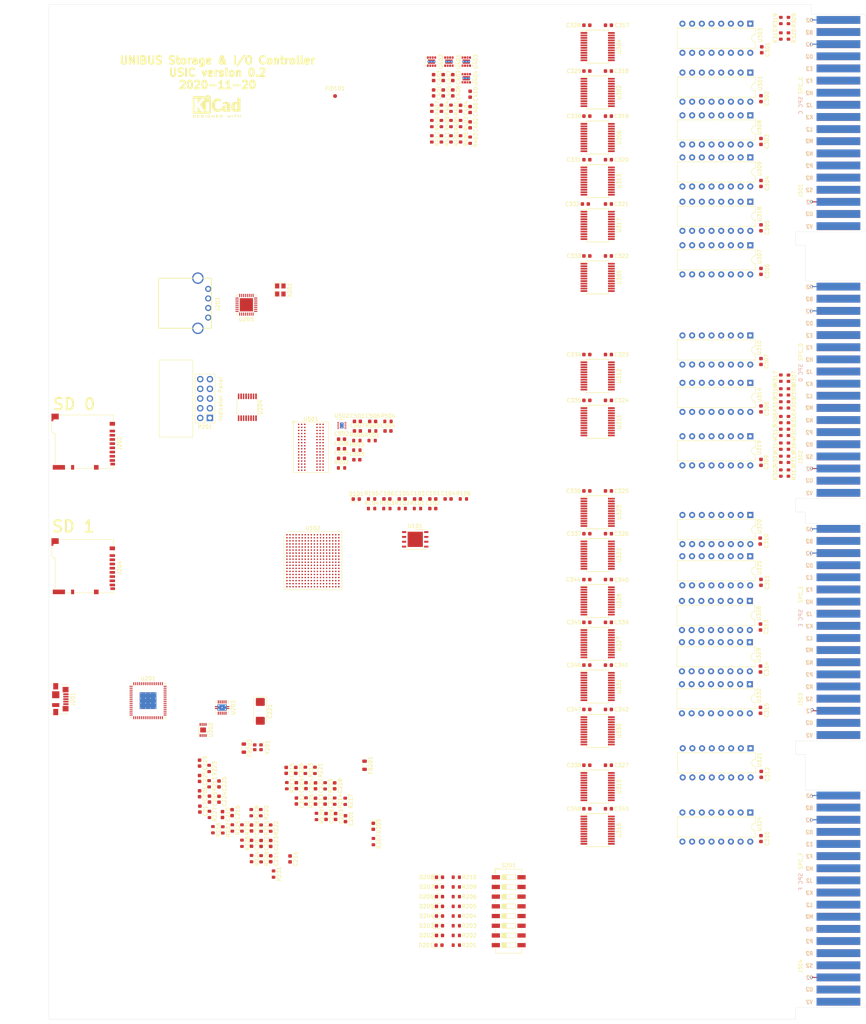
<source format=kicad_pcb>
(kicad_pcb (version 20221018) (generator pcbnew)
  (title_block (title "Unibus Storage & I/O Controller") (date "2020-11-20"))
  (layers (0 "F.Cu" power) (1 "In1.Cu" power "Gnd.Cu") (2 "In2.Cu" signal) (3 "In3.Cu" signal) (4 "In4.Cu" power "Pwr.Cu") (31 "B.Cu" signal) (34 "B.Paste" user) (35 "F.Paste" user) (36 "B.SilkS" user "B.Silkscreen") (37 "F.SilkS" user "F.Silkscreen") (38 "B.Mask" user) (39 "F.Mask" user) (44 "Edge.Cuts" user))
  (net 0 "")
  (net 1 "GND")
  (net 2 "/5V0")
  (net 3 "/3V3")
  (net 4 "Net-(C201-Pad1)")
  (net 5 "Net-(C207-Pad1)")
  (net 6 "Net-(C209-Pad1)")
  (net 7 "Net-(C215-Pad2)")
  (net 8 "Net-(C216-Pad2)")
  (net 9 "Net-(C218-Pad1)")
  (net 10 "Net-(C221-Pad1)")
  (net 11 "Net-(C224-Pad1)")
  (net 12 "Net-(C225-Pad1)")
  (net 13 "Net-(C226-Pad1)")
  (net 14 "/1V8")
  (net 15 "/1V0")
  (net 16 "/1V5")
  (net 17 "Net-(C506-Pad1)")
  (net 18 "/Memory/VREF15")
  (net 19 "Net-(D101-Pad2)")
  (net 20 "Net-(D101-Pad1)")
  (net 21 "Net-(D201-Pad2)")
  (net 22 "/LED_0")
  (net 23 "Net-(D202-Pad2)")
  (net 24 "/LED_1")
  (net 25 "Net-(D203-Pad2)")
  (net 26 "/LED_2")
  (net 27 "Net-(D204-Pad2)")
  (net 28 "/LED_3")
  (net 29 "Net-(D205-Pad2)")
  (net 30 "/LED_4")
  (net 31 "Net-(D206-Pad2)")
  (net 32 "/LED_5")
  (net 33 "Net-(D207-Pad2)")
  (net 34 "/LED_6")
  (net 35 "Net-(D208-Pad2)")
  (net 36 "/LED_7")
  (net 37 "Net-(D209-Pad1)")
  (net 38 "/Unibus/AC_LO")
  (net 39 "/Unibus/PB")
  (net 40 "/Unibus/DC_LO")
  (net 41 "/Unibus/D11")
  (net 42 "/Unibus/PA")
  (net 43 "/Unibus/NPG_out")
  (net 44 "/Unibus/NPG_in")
  (net 45 "/Unibus/D2")
  (net 46 "/Unibus/D6")
  (net 47 "/Unibus/D4")
  (net 48 "/Unibus/D5")
  (net 49 "/Unibus/D1")
  (net 50 "/Unibus/D0")
  (net 51 "/Unibus/D3")
  (net 52 "/Unibus/D15")
  (net 53 "/Unibus/D14")
  (net 54 "/Unibus/D13")
  (net 55 "/Unibus/D12")
  (net 56 "/Unibus/D10")
  (net 57 "/Unibus/D9")
  (net 58 "/Unibus/D8")
  (net 59 "/Unibus/D7")
  (net 60 "/Unibus/INIT")
  (net 61 "/Unibus/BG6_out")
  (net 62 "/Unibus/BG5_in")
  (net 63 "/Unibus/BG5_out")
  (net 64 "/Unibus/BG4_in")
  (net 65 "/Unibus/BG4_out")
  (net 66 "/Unibus/BR7")
  (net 67 "/Unibus/BR6")
  (net 68 "/Unibus/BR5")
  (net 69 "/Unibus/BR4")
  (net 70 "/Unibus/BG7_in")
  (net 71 "/Unibus/BG7_out")
  (net 72 "/Unibus/BG6_in")
  (net 73 "/Unibus/A5")
  (net 74 "/Unibus/A6")
  (net 75 "/Unibus/A9")
  (net 76 "/Unibus/A10")
  (net 77 "/Unibus/A11")
  (net 78 "/Unibus/A14")
  (net 79 "/Unibus/SSYN")
  (net 80 "/Unibus/A1")
  (net 81 "/Unibus/A2")
  (net 82 "/Unibus/MSYN")
  (net 83 "/Unibus/A17")
  (net 84 "/Unibus/A12")
  (net 85 "/Unibus/A4")
  (net 86 "/Unibus/A3")
  (net 87 "/Unibus/A8")
  (net 88 "/Unibus/A7")
  (net 89 "/Unibus/A15")
  (net 90 "/Unibus/A16")
  (net 91 "/Unibus/C1")
  (net 92 "/Unibus/A0")
  (net 93 "/Unibus/C0")
  (net 94 "/Unibus/A13")
  (net 95 "/Unibus/INTR")
  (net 96 "/Unibus/NPR")
  (net 97 "/Unibus/BBSY")
  (net 98 "/Unibus/SACK")
  (net 100 "/I/O/D+")
  (net 101 "/I/O/D-")
  (net 103 "/sd0_dat1")
  (net 104 "/sd0_dat0")
  (net 105 "/sd0_clk")
  (net 106 "/sd0_cmd")
  (net 107 "/sd0_dat3")
  (net 108 "/sd0_det")
  (net 109 "/sd0_dat2")
  (net 110 "Net-(J203-Pad3)")
  (net 111 "Net-(J203-Pad2)")
  (net 112 "/sd1_dat1")
  (net 113 "/sd1_dat0")
  (net 114 "/sd1_clk")
  (net 115 "/sd1_cmd")
  (net 116 "/sd1_dat3")
  (net 117 "/sd1_det")
  (net 118 "/sd1_dat2")
  (net 119 "/I/O/IPdata_P")
  (net 120 "/I/O/IPdata_N")
  (net 121 "/I/O/IPlatch_P")
  (net 122 "/I/O/IPlatch_N")
  (net 123 "/I/O/IPblank_P")
  (net 124 "/I/O/IPblank_N")
  (net 125 "/I/O/IPclk_P")
  (net 126 "/I/O/IPclk_N")
  (net 127 "Net-(R101-Pad2)")
  (net 128 "Net-(R102-Pad2)")
  (net 129 "Net-(R103-Pad2)")
  (net 130 "Net-(R105-Pad2)")
  (net 131 "/PROG_B")
  (net 132 "Net-(R207-Pad1)")
  (net 133 "Net-(R208-Pad1)")
  (net 134 "Net-(R211-Pad2)")
  (net 135 "Net-(R212-Pad2)")
  (net 136 "Net-(R213-Pad2)")
  (net 137 "Net-(R214-Pad2)")
  (net 138 "Net-(R215-Pad2)")
  (net 139 "Net-(R216-Pad2)")
  (net 140 "Net-(R217-Pad2)")
  (net 141 "Net-(R224-Pad1)")
  (net 142 "Net-(R225-Pad1)")
  (net 143 "Net-(R232-Pad1)")
  (net 144 "Net-(R401-Pad2)")
  (net 145 "Net-(R402-Pad2)")
  (net 146 "Net-(R404-Pad2)")
  (net 147 "Net-(R405-Pad2)")
  (net 148 "Net-(R407-Pad2)")
  (net 149 "Net-(R408-Pad2)")
  (net 150 "Net-(R410-Pad2)")
  (net 151 "Net-(R411-Pad2)")
  (net 152 "Net-(R501-Pad1)")
  (net 153 "/Memory/CK")
  (net 154 "/Memory/CK#")
  (net 155 "/Memory/RESET#")
  (net 156 "Net-(R505-Pad1)")
  (net 157 "Net-(R506-Pad1)")
  (net 158 "/SW_0")
  (net 159 "/SW_1")
  (net 160 "/SW_2")
  (net 161 "/SW_3")
  (net 162 "/SW_4")
  (net 163 "/SW_5")
  (net 164 "/SW_6")
  (net 165 "/SW_7")
  (net 166 "Net-(U101-Pad6)")
  (net 167 "Net-(U101-Pad5)")
  (net 168 "Net-(U101-Pad2)")
  (net 169 "/ip_blank")
  (net 170 "/ip_latch")
  (net 171 "/ip_data")
  (net 173 "/ip_clk")
  (net 174 "/CLK_INPUT")
  (net 175 "/usb0_d5")
  (net 176 "/usb0_d6")
  (net 178 "/usb0_d7")
  (net 179 "/usb0_nxt")
  (net 180 "/usb0_d2")
  (net 185 "/usb0_clk60")
  (net 186 "/usb0_reset")
  (net 187 "/usp0_stp")
  (net 188 "/usb0_d4")
  (net 189 "/usb0_d1")
  (net 194 "/usb0_d0")
  (net 195 "/usb0_dir")
  (net 196 "/usb0_d3")
  (net 197 "/Memory/DQU7")
  (net 198 "/Memory/DQU6")
  (net 205 "/Memory/DQSU")
  (net 206 "/Memory/DQU5")
  (net 207 "/Memory/DQU4")
  (net 210 "/Memory/DQU3")
  (net 211 "/Memory/DQU1")
  (net 212 "/Memory/DQSU#")
  (net 213 "/Memory/DQSL")
  (net 214 "/Memory/DQL0")
  (net 219 "/Memory/DMU")
  (net 220 "/Memory/DQU0")
  (net 221 "/Memory/DQU2")
  (net 222 "/Memory/DQSL#")
  (net 223 "/Memory/DML")
  (net 225 "/Memory/ODT")
  (net 226 "/Memory/DQL4")
  (net 227 "/Memory/DQL6")
  (net 228 "/Memory/DQL1")
  (net 230 "/TDO")
  (net 231 "/TMS")
  (net 232 "/TDI")
  (net 233 "/TCK")
  (net 234 "/Memory/A5")
  (net 235 "/Memory/BA2")
  (net 236 "/Memory/BA0")
  (net 237 "/Memory/RAS#")
  (net 238 "/Memory/DQL2")
  (net 239 "/Memory/DQL3")
  (net 242 "/~{RI}")
  (net 243 "/~{RTS}")
  (net 244 "/Memory/A9")
  (net 245 "/Memory/A3")
  (net 246 "/Memory/WE#")
  (net 247 "/Memory/CAS#")
  (net 248 "/Memory/DQL7")
  (net 253 "/~{DTR}")
  (net 254 "/~{DSR}")
  (net 255 "/TXD")
  (net 256 "/Memory/A2")
  (net 257 "/Memory/A7")
  (net 258 "/Memory/A0")
  (net 260 "/Memory/DQL5")
  (net 265 "/RXD")
  (net 267 "/Memory/A13")
  (net 268 "/Memory/A1")
  (net 269 "/Memory/A12")
  (net 270 "/Memory/A10")
  (net 271 "/Memory/CKE")
  (net 274 "/~{DCD}")
  (net 276 "/~{CTS}")
  (net 277 "/Memory/A8")
  (net 278 "/Memory/A11")
  (net 279 "/Memory/A6")
  (net 280 "/Memory/A4")
  (net 281 "/Memory/BA1")
  (net 304 "Net-(U203-Pad5)")
  (net 305 "Net-(U205-Pad26)")
  (net 309 "Net-(U301-Pad10)")
  (net 310 "Net-(U301-Pad2)")
  (net 311 "Net-(U302-Pad17)")
  (net 312 "Net-(U302-Pad16)")
  (net 313 "Net-(U302-Pad15)")
  (net 314 "Net-(U302-Pad14)")
  (net 317 "Net-(U303-Pad14)")
  (net 319 "Net-(U303-Pad13)")
  (net 320 "Net-(U303-Pad5)")
  (net 322 "Net-(U303-Pad3)")
  (net 326 "Net-(U304-Pad16)")
  (net 327 "Net-(U304-Pad15)")
  (net 331 "Net-(U305-Pad17)")
  (net 332 "Net-(U305-Pad16)")
  (net 333 "Net-(U305-Pad15)")
  (net 334 "Net-(U305-Pad14)")
  (net 338 "Net-(U309-Pad14)")
  (net 339 "Net-(U310-Pad6)")
  (net 340 "Net-(U310-Pad13)")
  (net 341 "Net-(U310-Pad5)")
  (net 342 "Net-(U310-Pad3)")
  (net 343 "Net-(U310-Pad10)")
  (net 344 "Net-(U310-Pad2)")
  (net 345 "Net-(U311-Pad18)")
  (net 346 "Net-(U311-Pad17)")
  (net 347 "Net-(U311-Pad16)")
  (net 348 "Net-(U311-Pad15)")
  (net 349 "Net-(U312-Pad17)")
  (net 350 "Net-(U312-Pad16)")
  (net 351 "Net-(U312-Pad15)")
  (net 352 "Net-(U312-Pad14)")
  (net 354 "Net-(U315-Pad21)")
  (net 355 "Net-(U315-Pad20)")
  (net 356 "Net-(U315-Pad19)")
  (net 357 "Net-(U315-Pad18)")
  (net 358 "Net-(U315-Pad17)")
  (net 359 "Net-(U315-Pad16)")
  (net 360 "Net-(U315-Pad15)")
  (net 361 "Net-(U315-Pad14)")
  (net 362 "Net-(U316-Pad21)")
  (net 363 "Net-(U316-Pad20)")
  (net 364 "Net-(U316-Pad19)")
  (net 365 "Net-(U316-Pad18)")
  (net 366 "Net-(U316-Pad17)")
  (net 367 "Net-(U316-Pad16)")
  (net 368 "Net-(U316-Pad15)")
  (net 369 "Net-(U316-Pad14)")
  (net 371 "Net-(U317-Pad17)")
  (net 373 "Net-(U320-Pad10)")
  (net 375 "Net-(U322-Pad17)")
  (net 377 "Net-(U323-Pad17)")
  (net 378 "Net-(U323-Pad16)")
  (net 379 "Net-(U323-Pad15)")
  (net 380 "Net-(U323-Pad14)")
  (net 383 "Net-(U326-Pad10)")
  (net 385 "Net-(U326-Pad2)")
  (net 386 "Net-(U327-Pad17)")
  (net 387 "Net-(U327-Pad16)")
  (net 388 "Net-(U327-Pad15)")
  (net 389 "Net-(U327-Pad14)")
  (net 395 "Net-(U326-Pad14)")
  (net 402 "Net-(U309-Pad10)")
  (net 403 "Net-(U309-Pad6)")
  (net 404 "Net-(U309-Pad5)")
  (net 405 "Net-(U309-Pad3)")
  (net 551 "/Unibus/~{TxD_5}")
  (net 552 "Net-(U301-Pad14)")
  (net 553 "Net-(U301-Pad6)")
  (net 554 "Net-(U301-Pad13)")
  (net 555 "Net-(U301-Pad5)")
  (net 556 "Net-(U301-Pad11)")
  (net 557 "Net-(U301-Pad3)")
  (net 558 "/Unibus/~{RxD}")
  (net 559 "Net-(U306-Pad17)")
  (net 560 "Net-(U306-Pad16)")
  (net 561 "Net-(U306-Pad15)")
  (net 562 "Net-(U306-Pad14)")
  (net 570 "Net-(U309-Pad13)")
  (net 571 "Net-(U309-Pad11)")
  (net 572 "Net-(U309-Pad2)")
  (net 573 "Net-(U313-Pad17)")
  (net 574 "Net-(U313-Pad16)")
  (net 575 "Net-(U313-Pad15)")
  (net 576 "Net-(U313-Pad14)")
  (net 584 "Net-(U317-Pad16)")
  (net 585 "Net-(U317-Pad15)")
  (net 586 "Net-(U317-Pad14)")
  (net 593 "/Unibus/~{TxA_5}")
  (net 594 "Net-(U320-Pad14)")
  (net 595 "Net-(U320-Pad6)")
  (net 596 "Net-(U320-Pad13)")
  (net 597 "Net-(U320-Pad5)")
  (net 598 "Net-(U320-Pad11)")
  (net 599 "Net-(U320-Pad3)")
  (net 600 "Net-(U320-Pad2)")
  (net 601 "Net-(U322-Pad16)")
  (net 602 "Net-(U322-Pad15)")
  (net 603 "Net-(U322-Pad14)")
  (net 610 "/Unibus/~{RxA}")
  (net 611 "Net-(U326-Pad6)")
  (net 612 "Net-(U326-Pad13)")
  (net 613 "Net-(U326-Pad5)")
  (net 614 "Net-(U326-Pad11)")
  (net 615 "Net-(U326-Pad3)")
  (net 616 "Net-(U328-Pad17)")
  (net 617 "Net-(U328-Pad16)")
  (net 618 "Net-(U328-Pad15)")
  (net 619 "Net-(U328-Pad14)")
  (net 632 "Net-(U330-Pad17)")
  (net 633 "Net-(U330-Pad16)")
  (net 634 "Net-(U330-Pad15)")
  (net 635 "Net-(U330-Pad14)")
  (net 648 "Net-(U331-Pad17)")
  (net 649 "Net-(U331-Pad16)")
  (net 650 "Net-(U331-Pad15)")
  (net 651 "Net-(U331-Pad14)")
  (net 662 "/Unibus/RNPR")
  (net 663 "/Unibus/RINTR")
  (net 666 "/Unibus/TNPR")
  (net 667 "/Unibus/TINTR")
  (net 668 "/Unibus/TBBSY")
  (net 669 "/Unibus/TC0")
  (net 670 "/Unibus/TC1")
  (net 671 "/Unibus/TSSYN")
  (net 672 "/Unibus/TMSYN")
  (net 673 "/Unibus/RBBSY")
  (net 674 "/Unibus/RC0")
  (net 675 "/Unibus/RC1")
  (net 676 "/Unibus/RSSYN")
  (net 677 "/Unibus/RMSYN")
  (net 681 "/Unibus/TBR7")
  (net 682 "/Unibus/TPB")
  (net 683 "/Unibus/TPA")
  (net 686 "/Unibus/RBR7")
  (net 687 "/Unibus/RPB")
  (net 688 "/Unibus/RPA")
  (net 691 "Net-(U310-Pad14)")
  (net 692 "/Unibus/TBR4")
  (net 693 "/Unibus/TBR5")
  (net 694 "/Unibus/TBR6")
  (net 695 "/Unibus/RBR4")
  (net 696 "/Unibus/RBR5")
  (net 697 "/Unibus/RBR6")
  (net 703 "/Unibus/~{TxD}")
  (net 704 "/Unibus/~{TxA}")
  (net 705 "/Unibus/RINIT")
  (net 706 "/Unibus/TSACK")
  (net 707 "/Unibus/RSACK")
  (footprint "DEC:mounting hole .125" (layer "F.Cu") (at 40.766892 82.749802 90)
    (fp_text reference "Handle_Hole_101" hide)
    (fp_text value "MountingHole")
  )
  (footprint "DEC:mounting hole .125" (layer "F.Cu") (at 40.766892 285.949802 90)
    (fp_text reference "Handle_Hole_102" hide)
    (fp_text value "MountingHole")
  )
  (footprint "DEC:mounting hole .125" (layer "F.Cu") (at 40.766892 336.749802 90)
    (fp_text reference "Handle_Hole_104" hide)
    (fp_text value "MountingHole")
  )
  (footprint "myMods:DEC-Handle" (layer "F.Cu") (at 36.169492 108.175203 90)
    (fp_text reference "Handle_101" hide)
    (fp_text value "Handle" hide)
  )
  (footprint "myMods:DEC-Handle" (layer "F.Cu") (at 36.194892 311.400603 90)
    (fp_text reference "Handle_102" hide)
    (fp_text value "Handle" hide)
  )
  (footprint "DEC:DEC_Edge_Fingers_single_height" (layer "F.Cu") (at 237.000009 80.199992 -90)
    (fp_text reference "J301")
    (fp_text value "SPC_C")
  )
  (footprint "DEC:DEC_Edge_Fingers_single_height" (layer "F.Cu") (at 237.000009 150.000005 -90)
    (fp_text reference "J302")
    (fp_text value "SPC_D")
  )
  (footprint "DEC:DEC_Edge_Fingers_single_height" (layer "F.Cu") (at 237.000009 213.400005 -90)
    (fp_text reference "J303")
    (fp_text value "SPC_E")
  )
  (footprint "DEC:DEC_Edge_Fingers_single_height" (layer "F.Cu") (at 237.000009 283.200094 -90)
    (fp_text reference "J304")
    (fp_text value "SPC_F")
  )
  (footprint "Package_DIP:DIP-16_W7.62mm" (layer "F.Cu") (at 220 95 -90)
    (fp_text reference "U301")
    (fp_text value "DS8641-LR")
  )
  (footprint "Package_SO:SSOP-24_5.3x8.2mm_P0.65mm" (layer "F.Cu") (at 180 100.2)
    (fp_text reference "U302")
    (fp_text value "74LVC7T245")
  )
  (footprint "Package_SO:SSOP-24_5.3x8.2mm_P0.65mm" (layer "F.Cu") (at 180 112)
    (fp_text reference "U306")
    (fp_text value "74LVC7T245")
  )
  (footprint "Package_DIP:DIP-16_W7.62mm" (layer "F.Cu") (at 220 106.2 -90)
    (fp_text reference "U308")
    (fp_text value "DS8641-LR")
  )
  (footprint "Package_DIP:DIP-16_W7.62mm" (layer "F.Cu") (at 220 117.2 -90)
    (fp_text reference "U309")
    (fp_text value "DS8641-LR")
  )
  (footprint "Package_SO:SSOP-24_5.3x8.2mm_P0.65mm" (layer "F.Cu") (at 180 123.4)
    (fp_text reference "U313")
    (fp_text value "74LVC7T245")
  )
  (footprint "Package_SO:SSOP-24_5.3x8.2mm_P0.65mm" (layer "F.Cu") (at 180 135)
    (fp_text reference "U317")
    (fp_text value "74LVC7T245")
  )
  (footprint "Package_DIP:DIP-16_W7.62mm" (layer "F.Cu") (at 220 128.8 -90)
    (fp_text reference "U318")
    (fp_text value "DS8641-LR")
  )
  (footprint "Package_DIP:DIP-16_W7.62mm" (layer "F.Cu") (at 220 210.8 -90)
    (fp_text reference "U320")
    (fp_text value "DS8641-LR")
  )
  (footprint "Package_SO:SSOP-24_5.3x8.2mm_P0.65mm" (layer "F.Cu") (at 180 221.3)
    (fp_text reference "U322")
    (fp_text value "74LVC7T245")
  )
  (footprint "Package_SO:SSOP-24_5.3x8.2mm_P0.65mm" (layer "F.Cu") (at 180 210.1)
    (fp_text reference "U323")
    (fp_text value "74LVC7T245")
  )
  (footprint "Package_DIP:DIP-16_W7.62mm" (layer "F.Cu") (at 219.969892 221.595002 -90)
    (fp_text reference "U325")
    (fp_text value "DS8641-LR")
  )
  (footprint "Package_DIP:DIP-16_W7.62mm" (layer "F.Cu") (at 219.869892 233.295002 -90)
    (fp_text reference "U326")
    (fp_text value "DS8641-LR")
  )
  (footprint "Package_SO:SSOP-24_5.3x8.2mm_P0.65mm" (layer "F.Cu") (at 179.994892 244.495002)
    (fp_text reference "U327")
    (fp_text value "74LVC7T245")
  )
  (footprint "Package_SO:SSOP-24_5.3x8.2mm_P0.65mm" (layer "F.Cu") (at 179.994892 233.295002)
    (fp_text reference "U328")
    (fp_text value "74LVC7T245")
  )
  (footprint "Package_DIP:DIP-16_W7.62mm" (layer "F.Cu") (at 219.8699 244.095006 -90)
    (fp_text reference "U329")
    (fp_text value "DS8641-LR")
  )
  (footprint "Fiducial:Fiducial_1mm_Mask2mm" (layer "F.Cu") (at 111.2 101.14)
    (fp_text reference "FID101")
    (fp_text value "Fiducial")
  )
  (footprint "Package_SO:SSOP-24_5.3x8.2mm_P0.65mm" (layer "F.Cu") (at 179.989784 281.890004)
    (fp_text reference "U315")
    (fp_text value "74LVC7T245")
  )
  (footprint "Capacitor_SMD:C_0603_1608Metric" (layer "F.Cu") (at 136.8 206.6)
    (fp_text reference "C101")
    (fp_text value "22µF 10V")
  )
  (footprint "Capacitor_SMD:C_0603_1608Metric" (layer "F.Cu") (at 136.8 209.11)
    (fp_text reference "C102")
    (fp_text value "22µF 10V")
  )
  (footprint "Capacitor_SMD:C_0603_1608Metric" (layer "F.Cu") (at 132.79 206.6)
    (fp_text reference "C103")
    (fp_text value "22µF 10V")
  )
  (footprint "Capacitor_SMD:C_0603_1608Metric" (layer "F.Cu") (at 140.81 206.6)
    (fp_text reference "C104")
    (fp_text value "22µF 10V")
  )
  (footprint "Capacitor_SMD:C_0603_1608Metric" (layer "F.Cu") (at 128.78 206.6)
    (fp_text reference "C105")
    (fp_text value "100nF")
  )
  (footprint "Capacitor_SMD:C_0603_1608Metric" (layer "F.Cu") (at 124.77 206.6)
    (fp_text reference "C106")
    (fp_text value "22µF 10V")
  )
  (footprint "Capacitor_SMD:C_0603_1608Metric" (layer "F.Cu") (at 113.93 290.29 -90)
    (fp_text reference "C201")
    (fp_text value "100nF")
  )
  (footprint "Capacitor_SMD:C_0603_1608Metric" (layer "F.Cu") (at 91.82 296.77 -90)
    (fp_text reference "C202")
    (fp_text value "100nF")
  )
  (footprint "Capacitor_SMD:C_0603_1608Metric" (layer "F.Cu") (at 111.34 289.71 -90)
    (fp_text reference "C203")
    (fp_text value "100nF")
  )
  (footprint "Capacitor_SMD:C_0603_1608Metric" (layer "F.Cu") (at 103.57 281.65 -90)
    (fp_text reference "C204")
    (fp_text value "100nF")
  )
  (footprint "Capacitor_SMD:C_0603_1608Metric" (layer "F.Cu") (at 78.28 285.16 -90)
    (fp_text reference "C205")
    (fp_text value "100nF")
  )
  (footprint "Capacitor_SMD:C_0603_1608Metric" (layer "F.Cu") (at 75.69 283.77 -90)
    (fp_text reference "C206")
    (fp_text value "100nF")
  )
  (footprint "Capacitor_SMD:C_0603_1608Metric" (layer "F.Cu") (at 89.310001 296.73 -90)
    (fp_text reference "C207")
    (fp_text value "100nF")
  )
  (footprint "Capacitor_SMD:C_0603_1608Metric" (layer "F.Cu") (at 108.83 289.71 -90)
    (fp_text reference "C208")
    (fp_text value "4.7µF 6.3V")
  )
  (footprint "Capacitor_SMD:C_0603_1608Metric" (layer "F.Cu") (at 101.06 281.65 -90)
    (fp_text reference "C209")
    (fp_text value "100nF")
  )
  (footprint "Capacitor_SMD:C_0603_1608Metric" (layer "F.Cu") (at 81.7 289.21 -90)
    (fp_text reference "C210")
    (fp_text value "4.7µF 6.3V")
  )
  (footprint "Capacitor_SMD:C_0603_1608Metric" (layer "F.Cu") (at 94.33 300.78 -90)
    (fp_text reference "C211")
    (fp_text value "100nF")
  )
  (footprint "Capacitor_SMD:C_0603_1608Metric" (layer "F.Cu") (at 101.06 285.66 -90)
    (fp_text reference "C212")
    (fp_text value "100nF")
  )
  (footprint "Capacitor_SMD:C_0603_1608Metric" (layer "F.Cu") (at 106.08 285.699999 -90)
    (fp_text reference "C213")
    (fp_text value "3.3µF 6.3V")
  )
  (footprint "Capacitor_SMD:C_0603_1608Metric" (layer "F.Cu") (at 99.4 300.825 -90)
    (fp_text reference "C214")
    (fp_text value "100nF")
  )
  (footprint "Capacitor_SMD:C_0603_1608Metric" (layer "F.Cu") (at 98.39 277.64 -90)
    (fp_text reference "C215")
    (fp_text value "8pF")
  )
  (footprint "Capacitor_SMD:C_0603_1608Metric" (layer "F.Cu") (at 84.21 288.71 -90)
    (fp_text reference "C216")
    (fp_text value "8pF")
  )
  (footprint "Capacitor_SMD:C_0603_1608Metric" (layer "F.Cu") (at 75.77 287.78 -90)
    (fp_text reference "C217")
    (fp_text value "100nF")
  )
  (footprint "Capacitor_SMD:C_0603_1608Metric" (layer "F.Cu") (at 111.1 281.69 -90)
    (fp_text reference "C218")
    (fp_text value "22µF 10V")
  )
  (footprint "Capacitor_SMD:C_0603_1608Metric" (layer "F.Cu") (at 75.69 275.75 -90)
    (fp_text reference "C219")
    (fp_text value "100nF")
  )
  (footprint "Capacitor_SMD:C_0603_1608Metric" (layer "F.Cu") (at 80.79 281.19 -90)
    (fp_text reference "C220")
    (fp_text value "100nF")
  )
  (footprint "Capacitor_Tantalum_SMD:CP_EIA-6032-28_Kemet-C" (layer "F.Cu") (at 91.6 262.2 -90)
    (fp_text reference "C221")
    (fp_text value "150µF")
  )
  (footprint "Capacitor_SMD:C_0603_1608Metric" (layer "F.Cu") (at 106.08 281.69 -90)
    (fp_text reference "C222")
    (fp_text value "100nF")
  )
  (footprint "Capacitor_SMD:C_0603_1608Metric" (layer "F.Cu") (at 94.33 296.77 -90)
    (fp_text reference "C223")
    (fp_text value "100nF")
  )
  (footprint "Capacitor_SMD:C_0603_1608Metric" (layer "F.Cu") (at 80.79 285.2 -90)
    (fp_text reference "C224")
    (fp_text value "1µF")
  )
  (footprint "Capacitor_SMD:C_0603_1608Metric" (layer "F.Cu") (at 75.69 279.76 -90)
    (fp_text reference "C225")
    (fp_text value "1µF")
  )
  (footprint "Capacitor_SMD:C_0603_1608Metric" (layer "F.Cu") (at 100.9 277.64 -90)
    (fp_text reference "C226")
    (fp_text value "22µF 10V")
  )
  (footprint "Capacitor_SMD:C_0603_1608Metric" (layer "F.Cu") (at 108.59 285.699999 -90)
    (fp_text reference "C227")
    (fp_text value "100nF")
  )
  (footprint "Capacitor_SMD:C_0603_1608Metric" (layer "F.Cu") (at 89.310001 292.72 -90)
    (fp_text reference "C228")
    (fp_text value "10nF")
  )
  (footprint "Capacitor_SMD:C_0603_1608Metric" (layer "F.Cu") (at 223 89.025 90)
    (fp_text reference "C301")
    (fp_text value "100nF")
  )
  (footprint "Capacitor_SMD:C_0603_1608Metric" (layer "F.Cu") (at 222.8 101.825 90)
    (fp_text reference "C302")
    (fp_text value "100nF")
  )
  (footprint "Capacitor_SMD:C_0603_1608Metric" (layer "F.Cu") (at 222.8 113.025 90)
    (fp_text reference "C303")
    (fp_text value "100nF")
  )
  (footprint "Capacitor_SMD:C_0603_1608Metric" (layer "F.Cu") (at 222.8 124.025 90)
    (fp_text reference "C304")
    (fp_text value "100nF")
  )
  (footprint "Capacitor_SMD:C_0603_1608Metric" (layer "F.Cu") (at 222.8 135.625 90)
    (fp_text reference "C305")
    (fp_text value "100nF")
  )
  (footprint "Capacitor_SMD:C_0603_1608Metric" (layer "F.Cu") (at 222.8 147.025 90)
    (fp_text reference "C306")
    (fp_text value "100nF")
  )
  (footprint "Capacitor_SMD:C_0603_1608Metric" (layer "F.Cu") (at 222.8 170.625 90)
    (fp_text reference "C307")
    (fp_text value "100nF")
  )
  (footprint "Capacitor_SMD:C_0603_1608Metric" (layer "F.Cu") (at 222.8 183.025 90)
    (fp_text reference "C308")
    (fp_text value "100nF")
  )
  (footprint "Capacitor_SMD:C_0603_1608Metric" (layer "F.Cu") (at 222.8 197.025 90)
    (fp_text reference "C309")
    (fp_text value "100nF")
  )
  (footprint "Capacitor_SMD:C_0603_1608Metric" (layer "F.Cu") (at 222.6 217.625 90)
    (fp_text reference "C310")
    (fp_text value "100nF")
  )
  (footprint "Capacitor_SMD:C_0603_1608Metric" (layer "F.Cu") (at 222.8 228.425 90)
    (fp_text reference "C311")
    (fp_text value "100nF")
  )
  (footprint "Capacitor_SMD:C_0603_1608Metric" (layer "F.Cu") (at 182.825 82.6 180)
    (fp_text reference "C317")
    (fp_text value "100nF")
  )
  (footprint "Capacitor_SMD:C_0603_1608Metric" (layer "F.Cu") (at 182.825 94.6 180)
    (fp_text reference "C318")
    (fp_text value "100nF")
  )
  (footprint "Capacitor_SMD:C_0603_1608Metric" (layer "F.Cu") (at 182.825 106.4 180)
    (fp_text reference "C319")
    (fp_text value "100nF")
  )
  (footprint "Capacitor_SMD:C_0603_1608Metric" (layer "F.Cu") (at 182.825 117.8 180)
    (fp_text reference "C320")
    (fp_text value "100nF")
  )
  (footprint "Capacitor_SMD:C_0603_1608Metric" (layer "F.Cu") (at 182.825 129.4 180)
    (fp_text reference "C321")
    (fp_text value "100nF")
  )
  (footprint "Capacitor_SMD:C_0603_1608Metric" (layer "F.Cu") (at 182.825 143 180)
    (fp_text reference "C322")
    (fp_text value "100nF")
  )
  (footprint "Capacitor_SMD:C_0603_1608Metric" (layer "F.Cu") (at 182.825 168.8 180)
    (fp_text reference "C323")
    (fp_text value "100nF")
  )
  (footprint "Capacitor_SMD:C_0603_1608Metric" (layer "F.Cu") (at 182.825 180.8 180)
    (fp_text reference "C324")
    (fp_text value "100nF")
  )
  (footprint "Capacitor_SMD:C_0603_1608Metric" (layer "F.Cu") (at 182.825 204.5 180)
    (fp_text reference "C325")
    (fp_text value "100nF")
  )
  (footprint "Capacitor_SMD:C_0603_1608Metric" (layer "F.Cu") (at 182.825 215.7 180)
    (fp_text reference "C326")
    (fp_text value "100nF")
  )
  (footprint "Capacitor_SMD:C_0603_1608Metric" (layer "F.Cu") (at 182.819892 276.295002 180)
    (fp_text reference "C327")
    (fp_text value "100nF")
  )
  (footprint "Capacitor_SMD:C_0603_1608Metric" (layer "F.Cu") (at 177.175 82.6)
    (fp_text reference "C328")
    (fp_text value "100nF")
  )
  (footprint "Capacitor_SMD:C_0603_1608Metric" (layer "F.Cu") (at 177.175 94.6)
    (fp_text reference "C329")
    (fp_text value "100nF")
  )
  (footprint "Capacitor_SMD:C_0603_1608Metric" (layer "F.Cu") (at 177.175 106.4)
    (fp_text reference "C330")
    (fp_text value "100nF")
  )
  (footprint "Capacitor_SMD:C_0603_1608Metric" (layer "F.Cu") (at 177.175 117.8)
    (fp_text reference "C331")
    (fp_text value "100nF")
  )
  (footprint "Capacitor_SMD:C_0603_1608Metric" (layer "F.Cu") (at 177.175 143)
    (fp_text reference "C333")
    (fp_text value "100nF")
  )
  (footprint "Capacitor_SMD:C_0603_1608Metric" (layer "F.Cu") (at 177.175 168.8)
    (fp_text reference "C334")
    (fp_text value "100nF")
  )
  (footprint "Capacitor_SMD:C_0603_1608Metric" (layer "F.Cu") (at 177.175 180.8)
    (fp_text reference "C335")
    (fp_text value "100nF")
  )
  (footprint "Capacitor_SMD:C_0603_1608Metric" (layer "F.Cu") (at 177.175 204.5)
    (fp_text reference "C336")
    (fp_text value "100nF")
  )
  (footprint "Capacitor_SMD:C_0603_1608Metric" (layer "F.Cu") (at 177.175 215.7)
    (fp_text reference "C337")
    (fp_text value "100nF")
  )
  (footprint "Capacitor_SMD:C_0603_1608Metric" (layer "F.Cu") (at 177.169892 276.295002)
    (fp_text reference "C338")
    (fp_text value "100nF")
  )
  (footprint "Capacitor_SMD:C_0603_1608Metric" (layer "F.Cu") (at 137.02 100.32 -90)
    (fp_text reference "C401")
    (fp_text value "22µF 10V")
  )
  (footprint "Capacitor_SMD:C_0603_1608Metric" (layer "F.Cu") (at 137.02 96.31 -90)
    (fp_text reference "C403")
    (fp_text value "10µF 10V")
  )
  (footprint "Capacitor_SMD:C_0603_1608Metric" (layer "F.Cu") (at 144.08 104.33 -90)
    (fp_text reference "C404")
    (fp_text value "10µF 10V")
  )
  (footprint "Capacitor_SMD:C_0603_1608Metric" (layer "F.Cu") (at 139.53 100.32 -90)
    (fp_text reference "C405")
    (fp_text value "22µF 10V")
  )
  (footprint "Capacitor_SMD:C_0603_1608Metric" (layer "F.Cu") (at 146.59 104.67 -90)
    (fp_text reference "C406")
    (fp_text value "10µF 10V")
  )
  (footprint "Capacitor_SMD:C_0603_1608Metric" (layer "F.Cu") (at 139.53 96.31 -90)
    (fp_text reference "C407")
    (fp_text value "22µF 10V")
  )
  (footprint "Capacitor_SMD:C_0603_1608Metric" (layer "F.Cu") (at 142.04 100.32 -90)
    (fp_text reference "C408")
    (fp_text value "10µF 10V")
  )
  (footprint "Capacitor_SMD:C_0603_1608Metric" (layer "F.Cu") (at 142.04 96.31 -90)
    (fp_text reference "C409")
    (fp_text value "22µF 10V")
  )
  (footprint "Capacitor_SMD:C_0603_1608Metric" (layer "F.Cu") (at 146.59 100.66 -90)
    (fp_text reference "C410")
    (fp_text value "10µF 10V")
  )
  (footprint "Capacitor_SMD:C_0603_1608Metric" (layer "F.Cu") (at 117.04 186.3)
    (fp_text reference "C501")
    (fp_text value "22µF 10V")
  )
  (footprint "Capacitor_SMD:C_0603_1608Metric" (layer "F.Cu") (at 112.89 190.95)
    (fp_text reference "C502")
    (fp_text value "22µF 10V")
  )
  (footprint "Capacitor_SMD:C_0603_1608Metric" (layer "F.Cu") (at 116.9 196.34)
    (fp_text reference "C503")
    (fp_text value "10µF 10V")
  )
  (footprint "Capacitor_SMD:C_0603_1608Metric" (layer "F.Cu") (at 125.06 188.81)
    (fp_text reference "C504")
    (fp_text value "10µF 10V")
  )
  (footprint "Capacitor_SMD:C_0603_1608Metric" (layer "F.Cu") (at 112.89 195.97)
    (fp_text reference "C505")
    (fp_text value "10µF 10V")
  )
  (footprint "Capacitor_SMD:C_0603_1608Metric" (layer "F.Cu") (at 121.05 186.3)
    (fp_text reference "C506")
    (fp_text value "10µF 10V")
  )
  (footprint "Capacitor_SMD:C_0603_1608Metric" (layer "F.Cu") (at 117.04 188.81)
    (fp_text reference "C507")
    (fp_text value "220nF")
  )
  (footprint "Capacitor_SMD:C_0603_1608Metric" (layer "F.Cu") (at 112.89 193.46)
    (fp_text reference "C508")
    (fp_text value "100nF")
  )
  (footprint "LED_SMD:LED_0603_1608Metric" (layer "F.Cu") (at 116.75 206.64)
    (fp_text reference "D101")
    (fp_text value "green")
  )
  (footprint "LED_SMD:LED_0603_1608Metric" (layer "F.Cu") (at 138.424264 323.395)
    (fp_text reference "D201")
    (fp_text value "green")
  )
  (footprint "LED_SMD:LED_0603_1608Metric" (layer "F.Cu") (at 138.5625 320.855)
    (fp_text reference "D202")
    (fp_text value "green")
  )
  (footprint "LED_SMD:LED_0603_1608Metric" (layer "F.Cu") (at 138.5625 318.315)
    (fp_text reference "D203")
    (fp_text value "green")
  )
  (footprint "LED_SMD:LED_0603_1608Metric" (layer "F.Cu") (at 138.5625 315.775)
    (fp_text reference "D204")
    (fp_text value "green")
  )
  (footprint "LED_SMD:LED_0603_1608Metric" (layer "F.Cu") (at 138.5625 313.235)
    (fp_text reference "D205")
    (fp_text value "green")
  )
  (footprint "LED_SMD:LED_0603_1608Metric" (layer "F.Cu") (at 138.5625 310.695)
    (fp_text reference "D206")
    (fp_text value "green")
  )
  (footprint "LED_SMD:LED_0603_1608Metric" (layer "F.Cu") (at 138.5625 308.155)
    (fp_text reference "D207")
    (fp_text value "green")
  )
  (footprint "LED_SMD:LED_0603_1608Metric" (layer "F.Cu") (at 138.5625 305.615)
    (fp_text reference "D208")
    (fp_text value "green")
  )
  (footprint "LED_SMD:LED_0603_1608Metric" (layer "F.Cu") (at 121.2 292.28 -90)
    (fp_text reference "D209")
    (fp_text value "green")
  )
  (footprint "Inductor_SMD:L_0805_2012Metric" (layer "F.Cu") (at 118.92 276.31 -90)
    (fp_text reference "FB201")
    (fp_text value "Ferrite_Bead_Small")
  )
  (footprint "Inductor_SMD:L_0805_2012Metric" (layer "F.Cu") (at 87.29 271.82 -90)
    (fp_text reference "FB202")
    (fp_text value "Ferrite_Bead_Small")
  )
  (footprint "Connector_USB:USB_Micro-B_Molex_47346-0001" (layer "F.Cu") (at 39.2 259 -90)
    (fp_text reference "J201")
    (fp_text value "USB_B_Micro")
  )
  (footprint "Connector_Card:microSD_HC_Hirose_DM3BT-DSF-PEJS" (layer "F.Cu") (at 45.2 191.6 -90)
    (fp_text reference "J202")
    (fp_text value "SD 0")
  )
  (footprint "Connector_Card:microSD_HC_Hirose_DM3BT-DSF-PEJS" (layer "F.Cu") (at 45.2 224.2 -90)
    (fp_text reference "J204")
    (fp_text value "SD 1")
  )
  (footprint "Symbol:KiCad-Logo2_5mm_SilkScreen" (layer "F.Cu") (at 80.2 103.8)
    (fp_text reference "LOGO101" hide)
    (fp_text value "KiCad Logo" hide)
  )
  (footprint "Resistor_SMD:R_0603_1608Metric" (layer "F.Cu") (at 132.79 209.11)
    (fp_text reference "R101")
    (fp_text value "4.7k")
  )
  (footprint "Resistor_SMD:R_0603_1608Metric" (layer "F.Cu") (at 128.78 209.11)
    (fp_text reference "R102")
    (fp_text value "4.7k")
  )
  (footprint "Resistor_SMD:R_0603_1608Metric" (layer "F.Cu") (at 124.77 209.11)
    (fp_text reference "R103")
    (fp_text value "2.4k")
  )
  (footprint "Resistor_SMD:R_0603_1608Metric" (layer "F.Cu") (at 120.76 209.11)
    (fp_text reference "R104")
    (fp_text value "240")
  )
  (footprint "Resistor_SMD:R_0603_1608Metric" (layer "F.Cu") (at 120.76 206.6)
    (fp_text reference "R105")
    (fp_text value "4.7k")
  )
  (footprint "Resistor_SMD:R_0603_1608Metric" (layer "F.Cu") (at 144.82 206.6)
    (fp_text reference "R106")
    (fp_text value "4.7k")
  )
  (footprint "Resistor_SMD:R_0603_1608Metric" (layer "F.Cu") (at 142.97 323.395 180)
    (fp_text reference "R201")
    (fp_text value "240")
  )
  (footprint "Resistor_SMD:R_0603_1608Metric" (layer "F.Cu") (at 142.97 320.855 180)
    (fp_text reference "R202")
    (fp_text value "240")
  )
  (footprint "Resistor_SMD:R_0603_1608Metric" (layer "F.Cu") (at 142.97 318.315 180)
    (fp_text reference "R203")
    (fp_text value "240")
  )
  (footprint "Resistor_SMD:R_0603_1608Metric" (layer "F.Cu") (at 142.97 315.775 180)
    (fp_text reference "R204")
    (fp_text value "240")
  )
  (footprint "Resistor_SMD:R_0603_1608Metric" (layer "F.Cu") (at 142.97 313.235 180)
    (fp_text reference "R205")
    (fp_text value "240")
  )
  (footprint "Resistor_SMD:R_0603_1608Metric" (layer "F.Cu") (at 142.97 310.695 180)
    (fp_text reference "R206")
    (fp_text value "240")
  )
  (footprint "Resistor_SMD:R_0603_1608Metric" (layer "F.Cu") (at 121.24 296.29 -90)
    (fp_text reference "R207")
    (fp_text value "1k")
  )
  (footprint "Resistor_SMD:R_0603_1608Metric" (layer "F.Cu") (at 91.82 300.78 -90)
    (fp_text reference "R208")
    (fp_text value "12k 1%")
  )
  (footprint "Resistor_SMD:R_0603_1608Metric" (layer "F.Cu") (at 142.97 308.155 180)
    (fp_text reference "R209")
    (fp_text value "240")
  )
  (footprint "Resistor_SMD:R_0603_1608Metric" (layer "F.Cu") (at 142.97 305.615 180)
    (fp_text reference "R210")
    (fp_text value "240")
  )
  (footprint "Resistor_SMD:R_0603_1608Metric" (layer "F.Cu") (at 78.2 281.15 -90)
    (fp_text reference "R211")
    (fp_text value "10k")
  )
  (footprint "Resistor_SMD:R_0603_1608Metric" (layer "F.Cu") (at 98.55 281.65 -90)
    (fp_text reference "R212")
    (fp_text value "10k")
  )
  (footprint "Resistor_SMD:R_0603_1608Metric" (layer "F.Cu") (at 103.41 277.64 -90)
    (fp_text reference "R213")
    (fp_text value "10k")
  )
  (footprint "Resistor_SMD:R_0603_1608Metric" (layer "F.Cu") (at 111.1 285.699999 -90)
    (fp_text reference "R214")
    (fp_text value "240")
  )
  (footprint "Resistor_SMD:R_0603_1608Metric" (layer "F.Cu") (at 91.82 292.76 -90)
    (fp_text reference "R215")
    (fp_text value "2.2k")
  )
  (footprint "Resistor_SMD:R_0603_1608Metric" (layer "F.Cu") (at 79.19 293.18 -90)
    (fp_text reference "R216")
    (fp_text value "100k")
  )
  (footprint "Resistor_SMD:R_0603_1608Metric" (layer "F.Cu") (at 113.85 285.74 -90)
    (fp_text reference "R217")
    (fp_text value "100k")
  )
  (footprint "Resistor_SMD:R_0603_1608Metric" (layer "F.Cu") (at 89.23 288.71 -90)
    (fp_text reference "R218")
    (fp_text value "4.7")
  )
  (footprint "Resistor_SMD:R_0603_1608Metric" (layer "F.Cu") (at 108.59 281.69 -90)
    (fp_text reference "R219")
    (fp_text value "50k")
  )
  (footprint "Resistor_SMD:R_0603_1608Metric" (layer "F.Cu") (at 91.74 288.71 -90)
    (fp_text reference "R220")
    (fp_text value "50k")
  )
  (footprint "Resistor_SMD:R_0603_1608Metric" (layer "F.Cu") (at 105.92 277.64 -90)
    (fp_text reference "R221")
    (fp_text value "50k")
  )
  (footprint "Resistor_SMD:R_0603_1608Metric" (layer "F.Cu") (at 94.33 292.76 -90)
    (fp_text reference "R222")
    (fp_text value "50k")
  )
  (footprint "Resistor_SMD:R_0603_1608Metric" (layer "F.Cu") (at 78.2 277.14 -90)
    (fp_text reference "R223")
    (fp_text value "50k")
  )
  (footprint "Resistor_SMD:R_0603_1608Metric" (layer "F.Cu") (at 89.31 300.74 -90)
    (fp_text reference "R224")
    (fp_text value "56.2k")
  )
  (footprint "Resistor_SMD:R_0603_1608Metric" (layer "F.Cu") (at 84.290001 292.72 -90)
    (fp_text reference "R225")
    (fp_text value "20k")
  )
  (footprint "Resistor_SMD:R_0603_1608Metric" (layer "F.Cu") (at 103.57 285.66 -90)
    (fp_text reference "R226")
    (fp_text value "4.7")
  )
  (footprint "Resistor_SMD:R_0603_1608Metric" (layer "F.Cu") (at 78.28 289.17 -90)
    (fp_text reference "R227")
    (fp_text value "50k")
  )
  (footprint "Resistor_SMD:R_0603_1608Metric" (layer "F.Cu") (at 86.8 296.730001 -90)
    (fp_text reference "R228")
    (fp_text value "50k")
  )
  (footprint "Resistor_SMD:R_0603_1608Metric" (layer "F.Cu") (at 106.32 289.71 -90)
    (fp_text reference "R229")
    (fp_text value "50k")
  )
  (footprint "Resistor_SMD:R_0603_1608Metric" (layer "F.Cu") (at 86.800001 292.72 -90)
    (fp_text reference "R230")
    (fp_text value "50k")
  )
  (footprint "Resistor_SMD:R_0603_1608Metric" (layer "F.Cu") (at 95.08 304.79 -90)
    (fp_text reference "R231")
    (fp_text value "50k")
  )
  (footprint "Resistor_SMD:R_0603_1608Metric" (layer "F.Cu") (at 81.78 293.22 -90)
    (fp_text reference "R232")
    (fp_text value "8.06k")
  )
  (footprint "Resistor_SMD:R_0603_1608Metric" (layer "F.Cu") (at 228 199.825001 90)
    (fp_text reference "R302")
    (fp_text value "330")
  )
  (footprint "Resistor_SMD:R_0603_1608Metric" (layer "F.Cu") (at 230 189.175 -90)
    (fp_text reference "R303")
    (fp_text value "330")
  )
  (footprint "Resistor_SMD:R_0603_1608Metric" (layer "F.Cu") (at 230 192.775 -90)
    (fp_text reference "R304")
    (fp_text value "330")
  )
  (footprint "Resistor_SMD:R_0603_1608Metric" (layer "F.Cu") (at 230 181.975 -90)
    (fp_text reference "R305")
    (fp_text value "330")
  )
  (footprint "Resistor_SMD:R_0603_1608Metric" (layer "F.Cu") (at 228 185.825 90)
    (fp_text reference "R306")
    (fp_text value "330")
  )
  (footprint "Resistor_SMD:R_0603_1608Metric" (layer "F.Cu") (at 230 175 -90)
    (fp_text reference "R307")
    (fp_text value "330")
  )
  (footprint "Resistor_SMD:R_0603_1608Metric" (layer "F.Cu") (at 230 81.375 -90)
    (fp_text reference "R309")
    (fp_text value "330")
  )
  (footprint "Resistor_SMD:R_0603_1608Metric" (layer "F.Cu") (at 228 85.425 90)
    (fp_text reference "R310")
    (fp_text value "330")
  )
  (footprint "Resistor_SMD:R_0603_1608Metric" (layer "F.Cu") (at 230 196.225 -90)
    (fp_text reference "R311")
    (fp_text value "680")
  )
  (footprint "Resistor_SMD:R_0603_1608Metric" (layer "F.Cu") (at 230 199.825 -90)
    (fp_text reference "R312")
    (fp_text value "680")
  )
  (footprint "Resistor_SMD:R_0603_1608Metric" (layer "F.Cu") (at 228 189.175 90)
    (fp_text reference "R313")
    (fp_text value "680")
  )
  (footprint "Resistor_SMD:R_0603_1608Metric" (layer "F.Cu") (at 228 192.775 90)
    (fp_text reference "R314")
    (fp_text value "680")
  )
  (footprint "Resistor_SMD:R_0603_1608Metric" (layer "F.Cu") (at 230 185.825 -90)
    (fp_text reference "R316")
    (fp_text value "680")
  )
  (footprint "Resistor_SMD:R_0603_1608Metric" (layer "F.Cu") (at 228 174.975 90)
    (fp_text reference "R317")
    (fp_text value "680")
  )
  (footprint "Resistor_SMD:R_0603_1608Metric" (layer "F.Cu") (at 228 178.575 90)
    (fp_text reference "R318")
    (fp_text value "680")
  )
  (footprint "Resistor_SMD:R_0603_1608Metric" (layer "F.Cu") (at 228 81.375 90)
    (fp_text reference "R319")
    (fp_text value "680")
  )
  (footprint "Resistor_SMD:R_0603_1608Metric" (layer "F.Cu") (at 141.57 104.33 -90)
    (fp_text reference "R401")
    (fp_text value "499k")
  )
  (footprint "Resistor_SMD:R_0603_1608Metric" (layer "F.Cu") (at 144.08 108.34 -90)
    (fp_text reference "R402")
    (fp_text value "511k")
  )
  (footprint "Resistor_SMD:R_0603_1608Metric" (layer "F.Cu") (at 146.59 112.69 -90)
    (fp_text reference "R403")
    (fp_text value "162k")
  )
  (footprint "Resistor_SMD:R_0603_1608Metric" (layer "F.Cu") (at 139.06 104.33 -90)
    (fp_text reference "R404")
    (fp_text value "499k 1%")
  )
  (footprint "Resistor_SMD:R_0603_1608Metric" (layer "F.Cu") (at 141.57 108.34 -90)
    (fp_text reference "R405")
    (fp_text value "200k 1%")
  )
  (footprint "Resistor_SMD:R_0603_1608Metric" (layer "F.Cu") (at 144.08 112.35 -90)
    (fp_text reference "R406")
    (fp_text value "162k 1%")
  )
  (footprint "Resistor_SMD:R_0603_1608Metric" (layer "F.Cu") (at 136.55 104.33 -90)
    (fp_text reference "R407")
    (fp_text value "499k 1%")
  )
  (footprint "Resistor_SMD:R_0603_1608Metric" (layer "F.Cu") (at 139.06 108.34 -90)
    (fp_text reference "R408")
    (fp_text value "143k 1%")
  )
  (footprint "Resistor_SMD:R_0603_1608Metric" (layer "F.Cu") (at 141.57 112.35 -90)
    (fp_text reference "R409")
    (fp_text value "162k 1%")
  )
  (footprint "Resistor_SMD:R_0603_1608Metric" (layer "F.Cu") (at 136.55 108.34 -90)
    (fp_text reference "R410")
    (fp_text value "499k 1%")
  )
  (footprint "Resistor_SMD:R_0603_1608Metric" (layer "F.Cu") (at 139.06 112.35 -90)
    (fp_text reference "R411")
    (fp_text value "40.2 1%")
  )
  (footprint "Resistor_SMD:R_0603_1608Metric" (layer "F.Cu") (at 136.55 112.35 -90)
    (fp_text reference "R412")
    (fp_text value "162k 1%")
  )
  (footprint "Resistor_SMD:R_0603_1608Metric" (layer "F.Cu") (at 120.91 191.32)
    (fp_text reference "R501")
    (fp_text value "240")
  )
  (footprint "Resistor_SMD:R_0603_1608Metric" (layer "F.Cu") (at 112.89 198.48)
    (fp_text reference "R502")
    (fp_text value "89 1%")
  )
  (footprint "Resistor_SMD:R_0603_1608Metric" (layer "F.Cu") (at 116.9 193.83)
    (fp_text reference "R503")
    (fp_text value "47k")
  )
  (footprint "Resistor_SMD:R_0603_1608Metric" (layer "F.Cu") (at 125.06 186.3)
    (fp_text reference "R504")
    (fp_text value "10k")
  )
  (footprint "Resistor_SMD:R_0603_1608Metric" (layer "F.Cu") (at 121.05 188.81)
    (fp_text reference "R505")
    (fp_text value "10k")
  )
  (footprint "Resistor_SMD:R_0603_1608Metric" (layer "F.Cu") (at 116.9 191.32)
    (fp_text reference "R506")
    (fp_text value "10k")
  )
  (footprint "Button_Switch_SMD:SW_DIP_SPSTx08_Slide_6.7x21.88mm_W6.73mm_P2.54mm_LowProfile_JPin" (layer "F.Cu") (at 156.685 314.505)
    (fp_text reference "S201")
    (fp_text value "Config")
  )
  (footprint "Package_DFN_QFN:DFN-8-1EP_6x5mm_P1.27mm_EP4x4mm" (layer "F.Cu") (at 132.2 217.17)
    (fp_text reference "U101")
    (fp_text value "MT25Q-so8")
  )
  (footprint "Package_BGA:Xilinx_CSG324" (layer "F.Cu") (at 105.38 222.77)
    (fp_text reference "U102")
    (fp_text value "XC7A75T-CSG324")
  )
  (footprint "Package_DFN_QFN:QFN-64-1EP_9x9mm_P0.5mm_EP4.35x4.35mm_ThermalVias" (layer "F.Cu") (at 62.2 259.4)
    (fp_text reference "U201")
    (fp_text value "FT2232HQ")
  )
  (footprint "Package_DFN_QFN:DFN-8-1EP_3x2mm_P0.5mm_EP1.3x1.5mm" (layer "F.Cu") (at 76.610001 267.07 -90)
    (fp_text reference "U202")
    (fp_text value "93CxxC")
  )
  (footprint "Package_SON:VSON-10-1EP_3x3mm_P0.5mm_EP1.65x2.4mm_ThermalVias" (layer "F.Cu") (at 81.6 261.2 -90)
    (fp_text reference "U203")
    (fp_text value "TPS2561")
  )
  (footprint "Package_SO:TSSOP-16_4.4x5mm_P0.65mm" (layer "F.Cu") (at 88.2 182.6 -90)
    (fp_text reference "U204")
    (fp_text value "MAX3033E")
  )
  (footprint "Package_DIP:DIP-16_W7.62mm" (layer "F.Cu") (at 220 82.2 -90)
    (fp_text reference "U303")
    (fp_text value "DS8641-LR")
  )
  (footprint "Package_SO:SSOP-24_5.3x8.2mm_P0.65mm" (layer "F.Cu") (at 180 88.2)
    (fp_text reference "U304")
    (fp_text value "74LVC7T245")
  )
  (footprint "Package_SO:SSOP-24_5.3x8.2mm_P0.65mm" (layer "F.Cu") (at 180 148.6)
    (fp_text reference "U305")
    (fp_text value "74LVC7T245")
  )
  (footprint "Package_DIP:DIP-16_W7.62mm" (layer "F.Cu") (at 220 140.2 -90)
    (fp_text reference "U307")
    (fp_text value "DS8641-LR")
  )
  (footprint "Package_DIP:DIP-16_W7.62mm" (layer "F.Cu") (at 220 163.8 -90)
    (fp_text reference "U310")
    (fp_text value "DS8641-LR")
  )
  (footprint "Package_SO:SSOP-24_5.3x8.2mm_P0.65mm" (layer "F.Cu") (at 180 186.4)
    (fp_text reference "U311")
    (fp_text value "74LVC7T245")
  )
  (footprint "Package_SO:SSOP-24_5.3x8.2mm_P0.65mm" (layer "F.Cu") (at 180 174.4)
    (fp_text reference "U312")
    (fp_text value "74LVC7T245")
  )
  (footprint "Package_DIP:DIP-16_W7.62mm" (layer "F.Cu") (at 220 176.2 -90)
    (fp_text reference "U314")
    (fp_text value "DS8641-LR")
  )
  (footprint "Package_SO:SSOP-24_5.3x8.2mm_P0.65mm" (layer "F.Cu") (at 179.994892 293.295002)
    (fp_text reference "U316")
    (fp_text value "74LVC7T245")
  )
  (footprint "Package_DIP:DIP-16_W7.62mm" (layer "F.Cu") (at 220 190.2 -90)
    (fp_text reference "U319")
    (fp_text value "DS8641-LR")
  )
  (footprint "Package_DIP:DIP-16_W7.62mm" (layer "F.Cu") (at 220.064784 271.865004 -90)
    (fp_text reference "U321")
    (fp_text value "DS8641-LR")
  )
  (footprint "Package_DIP:DIP-16_W7.62mm" (layer "F.Cu") (at 219.994892 288.670002 -90)
    (fp_text reference "U324")
    (fp_text value "DS8641-LR")
  )
  (footprint "Package_LGA:Texas_SIL0008D_MicroSiP-8-1EP_2.8x3mm_P0.65mm_EP1.1x1.9mm_ThermalVias" (layer "F.Cu") (at 141.020001 92.13 -90)
    (fp_text reference "U401")
    (fp_text value "TPS82085")
  )
  (footprint "Package_LGA:Texas_SIL0008D_MicroSiP-8-1EP_2.8x3mm_P0.65mm_EP1.1x1.9mm_ThermalVias" (layer "F.Cu") (at 136.47 92.13 -90)
    (fp_text reference "U402")
    (fp_text value "TPS82085")
  )
  (footprint "Package_LGA:Texas_SIL0008D_MicroSiP-8-1EP_2.8x3mm_P0.65mm_EP1.1x1.9mm_ThermalVias" (layer "F.Cu") (at 145.569999 92.13 -90)
    (fp_text reference "U403")
    (fp_text value "TPS82085")
  )
  (footprint "Package_LGA:Texas_SIL0008D_MicroSiP-8-1EP_2.8x3mm_P0.65mm_EP1.1x1.9mm_ThermalVias" (layer "F.Cu") (at 145.57 96.48 -90)
    (fp_text reference "U404")
    (fp_text value "TPS82085")
  )
  (footprint "Package_BGA:BGA-96_9.0x13.0mm_Layout2x3x16_P0.8mm" (layer "F.Cu") (at 104.86 193.07)
    (fp_text reference "U501")
    (fp_text value "IS43TR16128B")
  )
  (footprint "myMods:WSON-10-1EP_2x2mm_P0.4mm_EP0.9x1.5mm_ThermalVias" (layer "F.Cu") (at 112.96 187.37)
    (fp_text reference "U502")
    (fp_text value "TPS51206")
  )
  (footprint "Crystal:Crystal_SMD_Abracon_ABM10-4Pin_2.5x2.0mm" (layer "F.Cu") (at 90.97 271.6 -90)
    (fp_text reference "Y201")
    (fp_text value "12 MHz")
  )
  (footprint "Package_DIP:DIP-16_W7.62mm" (layer "F.Cu") (at 219.8699 255.095006 -90)
    (fp_text reference "U332")
    (fp_text value "DS8641-LR")
  )
  (footprint "Package_SO:SSOP-24_5.3x8.2mm_P0.65mm" (layer "F.Cu") (at 179.994892 255.695002)
    (fp_text reference "U331")
    (fp_text value "74LVC7T245")
  )
  (footprint "Package_SO:SSOP-24_5.3x8.2mm_P0.65mm" (layer "F.Cu") (at 179.994892 267.295002)
    (fp_text reference "U330")
    (fp_text value "74LVC7T245")
  )
  (footprint "Capacitor_SMD:C_0603_1608Metric" (layer "F.Cu") (at 182.819892 238.895002 180)
    (fp_text reference "C339")
    (fp_text value "100nF")
  )
  (footprint "Capacitor_SMD:C_0603_1608Metric" (layer "F.Cu") (at 182.819892 227.695002 180)
    (fp_text reference "C340")
    (fp_text value "100nF")
  )
  (footprint "Capacitor_SMD:C_0603_1608Metric" (layer "F.Cu") (at 182.819892 250.095002 180)
    (fp_text reference "C341")
    (fp_text value "100nF")
  )
  (footprint "Capacitor_SMD:C_0603_1608Metric" (layer "F.Cu") (at 182.819892 287.695002 180)
    (fp_text reference "C343")
    (fp_text value "100nF")
  )
  (footprint "Capacitor_SMD:C_0603_1608Metric" (layer "F.Cu") (at 177.169892 227.695002)
    (fp_text reference "C344")
    (fp_text value "100nF")
  )
  (footprint "Capacitor_SMD:C_0603_1608Metric" (layer "F.Cu") (at 177.169892 238.895002)
    (fp_text reference "C345")
    (fp_text value "100nF")
  )
  (footprint "Capacitor_SMD:C_0603_1608Metric" (layer "F.Cu") (at 177.169892 250.095002)
    (fp_text reference "C346")
    (fp_text value "100nF")
  )
  (footprint "Capacitor_SMD:C_0603_1608Metric" (layer "F.Cu") (at 177.169892 287.695002)
    (fp_text reference "C348")
    (fp_text value "100nF")
  )
  (footprint "Capacitor_SMD:C_0603_1608Metric" (layer "F.Cu") (at 182.819892 261.695002 180)
    (fp_text reference "C342")
    (fp_text value "100nF")
  )
  (footprint "Capacitor_SMD:C_0603_1608Metric" (layer "F.Cu") (at 177.169892 261.695002)
    (fp_text reference "C347")
    (fp_text value "100nF")
  )
  (footprint "Capacitor_SMD:C_0603_1608Metric" (layer "F.Cu") (at 176.775 129.4)
    (fp_text reference "C332")
    (fp_text value "100nF")
  )
  (footprint "Capacitor_SMD:C_0603_1608Metric" (layer "F.Cu") (at 146.59 108.68 -90)
    (fp_text reference "C402")
    (fp_text value "10µF 10V")
  )
  (footprint "Package_DFN_QFN:QFN-32-1EP_5x5mm_P0.5mm_EP3.45x3.45mm" (layer "F.Cu") (at 87.956 155.774 180)
    (fp_text reference "U205")
    (fp_text value "USB3340")
  )
  (footprint "Oscillator:Oscillator_SMD_Abracon_ASE-4Pin_3.2x2.5mm" (layer "F.Cu") (at 96.854 151.898 -90)
    (fp_text reference "X201")
    (fp_text value "ASE-24.000MHz")
  )
  (footprint "myMods:Box_Header_2x05_P2.54mm" (layer "F.Cu") (at 78.4 185.4 180)
    (fp_text reference "P201")
    (fp_text value "Indicator Panel")
  )
  (footprint "myMods:USB-A-Amphenol-UE27" (layer "F.Cu") (at 77.956 155.374 -90)
    (fp_text reference "J203")
    (fp_text value "USB_A")
  )
  (footprint "Capacitor_SMD:C_0603_1608Metric" (layer "F.Cu") (at 222.864784 278.690004 90)
    (fp_text reference "C312")
    (fp_text value "100nF")
  )
  (footprint "Capacitor_SMD:C_0603_1608Metric" (layer "F.Cu") (at 222.6699 240.120006 90)
    (fp_text reference "C313")
    (fp_text value "100nF")
  )
  (footprint "Capacitor_SMD:C_0603_1608Metric" (layer "F.Cu") (at 222.6699 251.120006 90)
    (fp_text reference "C314")
    (fp_text value "100nF")
  )
  (footprint "Capacitor_SMD:C_0603_1608Metric" (layer "F.Cu") (at 222.6699 261.920006 90)
    (fp_text reference "C315")
    (fp_text value "100nF")
  )
  (footprint "Capacitor_SMD:C_0603_1608Metric" (layer "F.Cu") (at 222.794892 295.495002 90)
    (fp_text reference "C316")
    (fp_text value "100nF")
  )
  (footprint "Resistor_SMD:R_0603_1608Metric" (layer "F.Cu") (at 228 196.225 90)
    (fp_text reference "R301")
    (fp_text value "330")
  )
  (footprint "Resistor_SMD:R_0603_1608Metric" (layer "F.Cu") (at 230 85.425 -90)
    (fp_text reference "R320")
    (fp_text value "680")
  )
  (footprint "Resistor_SMD:R_0603_1608Metric" (layer "F.Cu") (at 228 181.975 90)
    (fp_text reference "R315")
    (fp_text value "680")
  )
  (footprint "Resistor_SMD:R_0603_1608Metric" (layer "F.Cu") (at 230 178.575 -90)
    (fp_text reference "R308")
    (fp_text value "330")
  )
  (footprint "DEC:mounting hole .125" (layer "F.Cu") (at 40.766892 133.549802 90)
    (fp_text reference "Handle_Hole_103" hide)
    (fp_text value "MountingHole")
  )
  (gr_line (start 250.316892 339.239002) (end 249.808892 339.747002) (stroke (width 0.05)) (layer "Edge.Cuts"))
  (gr_line (start 250.316892 283.359002) (end 249.808892 282.851002) (stroke (width 0.05)) (layer "Edge.Cuts"))
  (gr_line (start 250.316892 269.414403) (end 249.808892 269.922403) (stroke (width 0.05)) (layer "Edge.Cuts"))
  (gr_line (start 249.808892 213.026401) (end 250.316892 213.534401) (stroke (width 0.05)) (layer "Edge.Cuts"))
  (gr_line (start 250.316892 205.965202) (end 249.808892 206.473202) (stroke (width 0.05)) (layer "Edge.Cuts"))
  (gr_line (start 249.808892 149.577202) (end 250.316892 150.085202) (stroke (width 0.05)) (layer "Edge.Cuts"))
  (gr_line (start 250.316892 136.115202) (end 249.808892 136.623202) (stroke (width 0.05)) (layer "Edge.Cuts"))
  (gr_line (start 250.316892 80.235202) (end 249.808892 79.727202) (stroke (width 0.05)) (layer "Edge.Cuts"))
  (gr_line (start 36.194892 342.795002) (end 231.901892 342.795002) (stroke (width 0.05)) (layer "Edge.Cuts"))
  (gr_line (start 236.016693 77.187202) (end 236.016693 79.727202) (stroke (width 0.05)) (layer "Edge.Cuts"))
  (gr_line (start 231.901892 136.623201) (end 231.901892 140.179203) (stroke (width 0.05)) (layer "Edge.Cuts"))
  (gr_line (start 250.316892 213.534401) (end 250.316892 269.414403) (stroke (width 0.05)) (layer "Edge.Cuts"))
  (gr_line (start 236.016693 79.727202) (end 249.808892 79.727202) (stroke (width 0.05)) (layer "Edge.Cuts"))
  (gr_line (start 234.441892 149.577202) (end 249.808892 149.577202) (stroke (width 0.05)) (layer "Edge.Cuts"))
  (gr_line (start 249.808892 269.922403) (end 231.901892 269.922402) (stroke (width 0.05)) (layer "Edge.Cuts"))
  (gr_line (start 250.316892 283.359002) (end 250.316892 339.239002) (stroke (width 0.05)) (layer "Edge.Cuts"))
  (gr_line (start 249.808892 206.473202) (end 231.901892 206.473203) (stroke (width 0.05)) (layer "Edge.Cuts"))
  (gr_line (start 231.901892 339.747002) (end 231.901892 342.795002) (stroke (width 0.05)) (layer "Edge.Cuts"))
  (gr_line (start 250.316892 80.235202) (end 250.316892 136.115202) (stroke (width 0.05)) (layer "Edge.Cuts"))
  (gr_line (start 234.441892 273.478401) (end 234.441892 282.851001) (stroke (width 0.05)) (layer "Edge.Cuts"))
  (gr_line (start 231.901892 140.179203) (end 234.441892 140.179203) (stroke (width 0.05)) (layer "Edge.Cuts"))
  (gr_line (start 231.901892 273.478401) (end 234.441892 273.478401) (stroke (width 0.05)) (layer "Edge.Cuts"))
  (gr_line (start 250.316892 150.085202) (end 250.316892 205.965202) (stroke (width 0.05)) (layer "Edge.Cuts"))
  (gr_line (start 36.194892 77.187202) (end 36.194892 342.795002) (stroke (width 0.05)) (layer "Edge.Cuts"))
  (gr_line (start 249.808892 136.623202) (end 231.901892 136.623201) (stroke (width 0.05)) (layer "Edge.Cuts"))
  (gr_line (start 234.441893 210.029202) (end 234.441892 213.026401) (stroke (width 0.05)) (layer "Edge.Cuts"))
  (gr_line (start 231.901892 269.922401) (end 231.901892 273.478401) (stroke (width 0.05)) (layer "Edge.Cuts"))
  (gr_line (start 231.901893 210.029201) (end 234.441893 210.029202) (stroke (width 0.05)) (layer "Edge.Cuts"))
  (gr_line (start 249.808892 339.747002) (end 231.901892 339.747002) (stroke (width 0.05)) (layer "Edge.Cuts"))
  (gr_line (start 231.901894 206.473201) (end 231.901893 210.029201) (stroke (width 0.05)) (layer "Edge.Cuts"))
  (gr_line (start 234.441892 140.179203) (end 234.441892 149.577202) (stroke (width 0.05)) (layer "Edge.Cuts"))
  (gr_line (start 234.441892 282.851001) (end 249.808892 282.851002) (stroke (width 0.05)) (layer "Edge.Cuts"))
  (gr_line (start 234.441892 213.026401) (end 249.808892 213.026401) (stroke (width 0.05)) (layer "Edge.Cuts"))
  (gr_line (start 36.194892 77.187202) (end 236.016693 77.187202) (stroke (width 0.05)) (layer "Edge.Cuts"))
  (gr_text "UNIBUS Storage & I/O Controller\nUSIC version 0.2\n2020-11-20" (at 80.4 95) (layer "F.SilkS") (effects (font (size 2 2) (thickness 0.5))))
  (segment (start 236.041 128.841) (end 236 128.8) (width 0.25) (layer "F.Cu") (net 1))
  (segment (start 236.041 198.641) (end 236 198.6) (width 0.25) (layer "F.Cu") (net 1))
  (segment (start 236.441 262.041) (end 236.2 261.8) (width 0.25) (layer "F.Cu") (net 1))
  (segment (start 243.096 198.641) (end 236.041 198.641) (width 0.25) (layer "F.Cu") (net 1))
  (segment (start 243.096 128.841) (end 236.041 128.841) (width 0.25) (layer "F.Cu") (net 1))
  (segment (start 236.041 331.841) (end 236 331.8) (width 0.25) (layer "F.Cu") (net 1))
  (segment (start 243.096 331.841) (end 236.041 331.841) (width 0.25) (layer "F.Cu") (net 1))
  (segment (start 243.096 262.041) (end 236.441 262.041) (width 0.25) (layer "F.Cu") (net 1))
  (via (at 236 198.6) (size 0.8) (drill 0.4) (layers "F.Cu" "B.Cu") (net 1))
  (via (at 236 128.8) (size 0.8) (drill 0.4) (layers "F.Cu" "B.Cu") (net 1))
  (via (at 236 290.6) (size 0.8) (drill 0.4) (layers "F.Cu" "B.Cu") (net 1))
  (via (at 236 157.4) (size 0.8) (drill 0.4) (layers "F.Cu" "B.Cu") (net 1))
  (via (at 236 331.8) (size 0.8) (drill 0.4) (layers "F.Cu" "B.Cu") (net 1))
  (via (at 236 220.8) (size 0.8) (drill 0.4) (layers "F.Cu" "B.Cu") (net 1))
  (via (at 236 87.6) (size 0.8) (drill 0.4) (layers "F.Cu" "B.Cu") (net 1))
  (via (at 236.2 261.8) (size 0.8) (drill 0.4) (layers "F.Cu" "B.Cu") (net 1))
  (segment (start 243.096 87.566) (end 236.034 87.566) (width 0.25) (layer "B.Cu") (net 1))
  (segment (start 236.034 220.766) (end 236 220.8) (width 0.25) (layer "B.Cu") (net 1))
  (segment (start 236.034 290.566) (end 236 290.6) (width 0.25) (layer "B.Cu") (net 1))
  (segment (start 243.096 290.566) (end 236.034 290.566) (width 0.25) (layer "B.Cu") (net 1))
  (segment (start 243.096 157.366) (end 236.034 157.366) (width 0.25) (layer "B.Cu") (net 1))
  (segment (start 236.034 157.366) (end 236 157.4) (width 0.25) (layer "B.Cu") (net 1))
  (segment (start 243.096 220.766) (end 236.034 220.766) (width 0.25) (layer "B.Cu") (net 1))
  (segment (start 236.034 87.566) (end 236 87.6) (width 0.25) (layer "B.Cu") (net 1))
  (via (at 236 284.4) (size 0.8) (drill 0.4) (layers "F.Cu" "B.Cu") (net 2))
  (via (at 236 81.2) (size 0.8) (drill 0.4) (layers "F.Cu" "B.Cu") (net 2))
  (via (at 236 214.6) (size 0.8) (drill 0.4) (layers "F.Cu" "B.Cu") (net 2))
  (via (at 236 151) (size 0.8) (drill 0.4) (layers "F.Cu" "B.Cu") (net 2))
  (segment (start 243.096 214.416) (end 236.184 214.416) (width 0.25) (layer "B.Cu") (net 2))
  (segment (start 243.096 284.216) (end 236.184 284.216) (width 0.25) (layer "B.Cu") (net 2))
  (segment (start 236.016 81.216) (end 236 81.2) (width 0.25) (layer "B.Cu") (net 2))
  (segment (start 243.096 81.216) (end 236.016 81.216) (width 0.25) (layer "B.Cu") (net 2))
  (segment (start 236.016 151.016) (end 236 151) (width 0.25) (layer "B.Cu") (net 2))
  (segment (start 243.096 151.016) (end 236.016 151.016) (width 0.25) (layer "B.Cu") (net 2))
  (segment (start 236.184 214.416) (end 236 214.6) (width 0.25) (layer "B.Cu") (net 2))
  (segment (start 236.184 284.216) (end 236 284.4) (width 0.25) (layer "B.Cu") (net 2))
)
</source>
